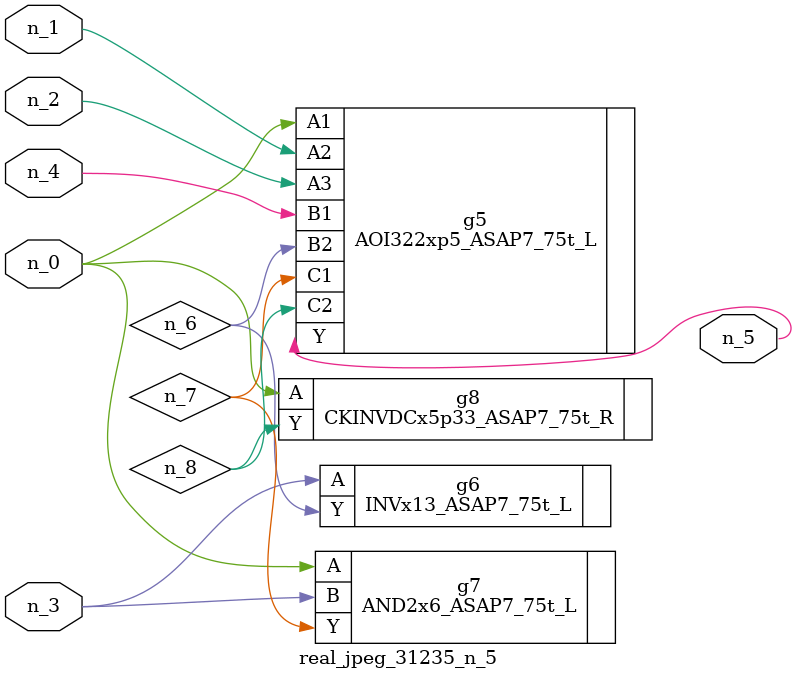
<source format=v>
module real_jpeg_31235_n_5 (n_4, n_0, n_1, n_2, n_3, n_5);

input n_4;
input n_0;
input n_1;
input n_2;
input n_3;

output n_5;

wire n_8;
wire n_6;
wire n_7;

AOI322xp5_ASAP7_75t_L g5 ( 
.A1(n_0),
.A2(n_1),
.A3(n_2),
.B1(n_4),
.B2(n_6),
.C1(n_7),
.C2(n_8),
.Y(n_5)
);

AND2x6_ASAP7_75t_L g7 ( 
.A(n_0),
.B(n_3),
.Y(n_7)
);

CKINVDCx5p33_ASAP7_75t_R g8 ( 
.A(n_0),
.Y(n_8)
);

INVx13_ASAP7_75t_L g6 ( 
.A(n_3),
.Y(n_6)
);


endmodule
</source>
